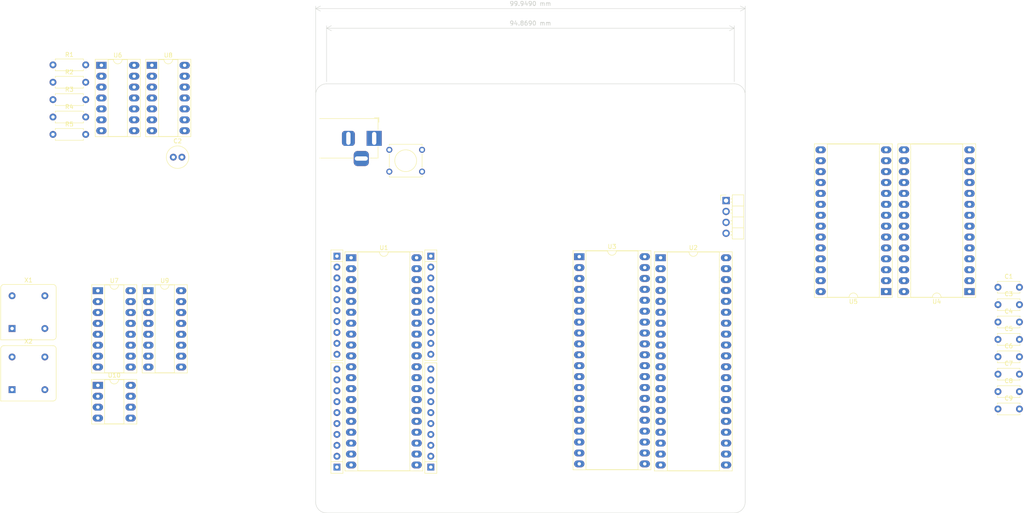
<source format=kicad_pcb>
(kicad_pcb (version 20221018) (generator pcbnew)
  (layers (0 "F.Cu" signal) (1 "In1.Cu" signal) (2 "In2.Cu" signal) (31 "B.Cu" signal) (34 "B.Paste" user) (35 "F.Paste" user) (36 "B.SilkS" user "B.Silkscreen") (37 "F.SilkS" user "F.Silkscreen") (38 "B.Mask" user) (39 "F.Mask" user) (44 "Edge.Cuts" user))
  (net 0 "")
  (net 1 "Net-(U10-TR)")
  (net 2 "GND")
  (net 3 "+5V")
  (net 4 "Net-(U10-DIS)")
  (net 5 "Net-(U10-CV)")
  (net 6 "Net-(J1-Pin_2)")
  (net 7 "Net-(J1-Pin_3)")
  (net 9 "/UART RX")
  (net 10 "/UART TX")
  (net 11 "/A0")
  (net 12 "/A1")
  (net 13 "/A2")
  (net 14 "/A3")
  (net 15 "/A4")
  (net 16 "/A5")
  (net 17 "/A6")
  (net 18 "/A7")
  (net 19 "/A8")
  (net 20 "/D0")
  (net 21 "/D1")
  (net 22 "/D2")
  (net 23 "/D3")
  (net 24 "/D4")
  (net 25 "/D5")
  (net 26 "/D6")
  (net 27 "/D7")
  (net 28 "/~{RES}")
  (net 29 "/A9")
  (net 30 "/A10")
  (net 31 "/A11")
  (net 32 "/A12")
  (net 33 "/A13")
  (net 34 "/A14")
  (net 35 "/A15")
  (net 36 "/~{RDY}")
  (net 37 "/~{SO}")
  (net 38 "/~{IRQ}")
  (net 39 "/~{NMI}")
  (net 40 "/~{ROM_WE}")
  (net 41 "/~{VIA_CE}")
  (net 42 "/~{UART_TX_CE}")
  (net 43 "/~{UART_RX_CE}")
  (net 44 "/~{ROM_CE}")
  (net 45 "/R{slash}~{W}")
  (net 46 "/~{READ}")
  (net 52 "/PHI_{0}")
  (net 53 "/PHI_{2}")
  (net 55 "/PE")
  (net 56 "/FE")
  (net 57 "/OE")
  (net 58 "/SFD")
  (net 59 "/UART CLK")
  (net 60 "/~{DDR}")
  (net 61 "/DR")
  (net 62 "/TBRE")
  (net 63 "/TRE")
  (net 74 "/VIA_CE")
  (net 79 "/RESET")
  (net 89 "Net-(U8A-D)")
  (net 90 "Net-(U8A-C)")
  (net 91 "Net-(U8A-Q)")
  (net 92 "Net-(U8B-D)")
  (net 93 "Net-(U9-CP)")
  (footprint "Capacitor_THT:C_Disc_D5.0mm_W2.5mm_P5.00mm" (layer "F.Cu") (at 248.941 107.383)
    (fp_text reference "C7" (at 2.5 -2.5) (layer "F.SilkS"))
    (fp_text value "1uF")
    (pad "1" thru_hole circle (at 0 0) (size 1.6 1.6) (drill 0.8) (layers "*.Cu" "*.Mask") (net 3 "+5V"))
    (pad "2" thru_hole circle (at 5 0) (size 1.6 1.6) (drill 0.8) (layers "*.Cu" "*.Mask") (net 2 "GND"))
  )
  (footprint "Package_DIP:DIP-14_W7.62mm_Socket_LongPads" (layer "F.Cu") (at 52.067 35.432)
    (fp_text reference "U8" (at 3.81 -2.33) (layer "F.SilkS"))
    (fp_text value "74LS74")
    (pad "1" thru_hole rect (at 0 0) (size 2.4 1.6) (drill 0.8) (layers "*.Cu" "*.Mask") (net 3 "+5V"))
    (pad "2" thru_hole oval (at 0 2.54) (size 2.4 1.6) (drill 0.8) (layers "*.Cu" "*.Mask") (net 89 "Net-(U8A-D)"))
    (pad "3" thru_hole oval (at 0 5.08) (size 2.4 1.6) (drill 0.8) (layers "*.Cu" "*.Mask") (net 90 "Net-(U8A-C)"))
    (pad "4" thru_hole oval (at 0 7.62) (size 2.4 1.6) (drill 0.8) (layers "*.Cu" "*.Mask") (net 3 "+5V"))
    (pad "5" thru_hole oval (at 0 10.16) (size 2.4 1.6) (drill 0.8) (layers "*.Cu" "*.Mask") (net 91 "Net-(U8A-Q)"))
    (pad "6" thru_hole oval (at 0 12.7) (size 2.4 1.6) (drill 0.8) (layers "*.Cu" "*.Mask") (net 89 "Net-(U8A-D)"))
    (pad "7" thru_hole oval (at 0 15.24) (size 2.4 1.6) (drill 0.8) (layers "*.Cu" "*.Mask") (net 2 "GND"))
    (pad "8" thru_hole oval (at 7.62 15.24) (size 2.4 1.6) (drill 0.8) (layers "*.Cu" "*.Mask") (net 92 "Net-(U8B-D)"))
    (pad "9" thru_hole oval (at 7.62 12.7) (size 2.4 1.6) (drill 0.8) (layers "*.Cu" "*.Mask") (net 52 "/PHI_{0}"))
    (pad "10" thru_hole oval (at 7.62 10.16) (size 2.4 1.6) (drill 0.8) (layers "*.Cu" "*.Mask") (net 3 "+5V"))
    (pad "11" thru_hole oval (at 7.62 7.62) (size 2.4 1.6) (drill 0.8) (layers "*.Cu" "*.Mask") (net 91 "Net-(U8A-Q)"))
    (pad "12" thru_hole oval (at 7.62 5.08) (size 2.4 1.6) (drill 0.8) (layers "*.Cu" "*.Mask") (net 92 "Net-(U8B-D)"))
    (pad "13" thru_hole oval (at 7.62 2.54) (size 2.4 1.6) (drill 0.8) (layers "*.Cu" "*.Mask") (net 3 "+5V"))
    (pad "14" thru_hole oval (at 7.62 0) (size 2.4 1.6) (drill 0.8) (layers "*.Cu" "*.Mask") (net 3 "+5V"))
  )
  (footprint "Resistor_THT:R_Array_SIP10" (layer "F.Cu") (at 116.967 79.883 -90)
    (fp_text reference "RN2" hide)
    (fp_text value "10K" hide)
    (pad "1" thru_hole rect (at 0 0 270) (size 1.6 1.6) (drill 0.8) (layers "*.Cu" "*.Mask") (net 3 "+5V"))
    (pad "2" thru_hole oval (at 2.54 0 270) (size 1.6 1.6) (drill 0.8) (layers "*.Cu" "*.Mask") (net 40 "/~{ROM_WE}"))
    (pad "3" thru_hole oval (at 5.08 0 270) (size 1.6 1.6) (drill 0.8) (layers "*.Cu" "*.Mask") (net 41 "/~{VIA_CE}"))
    (pad "4" thru_hole oval (at 7.62 0 270) (size 1.6 1.6) (drill 0.8) (layers "*.Cu" "*.Mask") (net 42 "/~{UART_TX_CE}"))
    (pad "5" thru_hole oval (at 10.16 0 270) (size 1.6 1.6) (drill 0.8) (layers "*.Cu" "*.Mask") (net 43 "/~{UART_RX_CE}"))
    (pad "6" thru_hole oval (at 12.7 0 270) (size 1.6 1.6) (drill 0.8) (layers "*.Cu" "*.Mask") (net 44 "/~{ROM_CE}"))
    (pad "7" thru_hole oval (at 15.24 0 270) (size 1.6 1.6) (drill 0.8) (layers "*.Cu" "*.Mask") (net 46 "/~{READ}"))
    (pad "8" thru_hole oval (at 17.78 0 270) (size 1.6 1.6) (drill 0.8) (layers "*.Cu" "*.Mask") (net 20 "/D0"))
    (pad "9" thru_hole oval (at 20.32 0 270) (size 1.6 1.6) (drill 0.8) (layers "*.Cu" "*.Mask") (net 21 "/D1"))
    (pad "10" thru_hole oval (at 22.86 0 270) (size 1.6 1.6) (drill 0.8) (layers "*.Cu" "*.Mask") (net 22 "/D2"))
  )
  (footprint "MountingHole:MountingHole_2.7mm_M2.5" (layer "F.Cu") (at 186.309 43.561)
    (fp_text reference "H4" hide)
    (fp_text value "MountingHole" hide)
    (pad "" np_thru_hole circle locked (at 0 0) (size 2.7 2.7) (drill 2.7) (layers "*.Cu" "*.Mask"))
  )
  (footprint "Resistor_THT:R_Axial_DIN0207_L6.3mm_D2.5mm_P7.62mm_Horizontal" (layer "F.Cu") (at 29.047 47.482)
    (fp_text reference "R4" (at 3.81 -2.37) (layer "F.SilkS"))
    (fp_text value "10K")
    (pad "1" thru_hole circle (at 0 0) (size 1.6 1.6) (drill 0.8) (layers "*.Cu" "*.Mask") (net 3 "+5V"))
    (pad "2" thru_hole oval (at 7.62 0) (size 1.6 1.6) (drill 0.8) (layers "*.Cu" "*.Mask") (net 4 "Net-(U10-DIS)"))
  )
  (footprint "Package_DIP:DIP-40_W15.24mm_Socket_LongPads" (layer "F.Cu") (at 151.511 80.01)
    (fp_text reference "U3" (at 7.62 -2.33) (layer "F.SilkS"))
    (fp_text value "6522")
    (pad "1" thru_hole rect (at 0 0) (size 2.4 1.6) (drill 0.8) (layers "*.Cu" "*.Mask") (net 2 "GND"))
    (pad "2" thru_hole oval (at 0 2.54) (size 2.4 1.6) (drill 0.8) (layers "*.Cu" "*.Mask") (net 61 "/DR"))
    (pad "3" thru_hole oval (at 0 5.08) (size 2.4 1.6) (drill 0.8) (layers "*.Cu" "*.Mask") (net 62 "/TBRE"))
    (pad "4" thru_hole oval (at 0 7.62) (size 2.4 1.6) (drill 0.8) (layers "*.Cu" "*.Mask") (net 63 "/TRE"))
    (pad "5" thru_hole oval (at 0 10.16) (size 2.4 1.6) (drill 0.8) (layers "*.Cu" "*.Mask") (net 55 "/PE"))
    (pad "6" thru_hole oval (at 0 12.7) (size 2.4 1.6) (drill 0.8) (layers "*.Cu" "*.Mask") (net 56 "/FE"))
    (pad "7" thru_hole oval (at 0 15.24) (size 2.4 1.6) (drill 0.8) (layers "*.Cu" "*.Mask") (net 57 "/OE"))
    (pad "8" thru_hole oval (at 0 17.78) (size 2.4 1.6) (drill 0.8) (layers "*.Cu" "*.Mask"))
    (pad "9" thru_hole oval (at 0 20.32) (size 2.4 1.6) (drill 0.8) (layers "*.Cu" "*.Mask"))
    (pad "10" thru_hole oval (at 0 22.86) (size 2.4 1.6) (drill 0.8) (layers "*.Cu" "*.Mask") (net 60 "/~{DDR}"))
    (pad "11" thru_hole oval (at 0 25.4) (size 2.4 1.6) (drill 0.8) (layers "*.Cu" "*.Mask") (net 58 "/SFD"))
    (pad "12" thru_hole oval (at 0 27.94) (size 2.4 1.6) (drill 0.8) (layers "*.Cu" "*.Mask"))
    (pad "13" thru_hole oval (at 0 30.48) (size 2.4 1.6) (drill 0.8) (layers "*.Cu" "*.Mask"))
    (pad "14" thru_hole oval (at 0 33.02) (size 2.4 1.6) (drill 0.8) (layers "*.Cu" "*.Mask"))
    (pad "15" thru_hole oval (at 0 35.56) (size 2.4 1.6) (drill 0.8) (layers "*.Cu" "*.Mask"))
    (pad "16" thru_hole oval (at 0 38.1) (size 2.4 1.6) (drill 0.8) (layers "*.Cu" "*.Mask"))
    (pad "17" thru_hole oval (at 0 40.64) (size 2.4 1.6) (drill 0.8) (layers "*.Cu" "*.Mask"))
    (pad "18" thru_hole oval (at 0 43.18) (size 2.4 1.6) (drill 0.8) (layers "*.Cu" "*.Mask"))
    (pad "19" thru_hole oval (at 0 45.72) (size 2.4 1.6) (drill 0.8) (layers "*.Cu" "*.Mask"))
    (pad "20" thru_hole oval (at 0 48.26) (size 2.4 1.6) (drill 0.8) (layers "*.Cu" "*.Mask") (net 3 "+5V"))
    (pad "21" thru_hole oval (at 15.24 48.26) (size 2.4 1.6) (drill 0.8) (layers "*.Cu" "*.Mask") (net 38 "/~{IRQ}"))
    (pad "22" thru_hole oval (at 15.24 45.72) (size 2.4 1.6) (drill 0.8) (layers "*.Cu" "*.Mask") (net 45 "/R{slash}~{W}"))
    (pad "23" thru_hole oval (at 15.24 43.18) (size 2.4 1.6) (drill 0.8) (layers "*.Cu" "*.Mask") (net 41 "/~{VIA_CE}"))
    (pad "24" thru_hole oval (at 15.24 40.64) (size 2.4 1.6) (drill 0.8) (layers "*.Cu" "*.Mask") (net 74 "/VIA_CE"))
    (pad "25" thru_hole oval (at 15.24 38.1) (size 2.4 1.6) (drill 0.8) (layers "*.Cu" "*.Mask") (net 53 "/PHI_{2}"))
    (pad "26" thru_hole oval (at 15.24 35.56) (size 2.4 1.6) (drill 0.8) (layers "*.Cu" "*.Mask") (net 27 "/D7"))
    (pad "27" thru_hole oval (at 15.24 33.02) (size 2.4 1.6) (drill 0.8) (layers "*.Cu" "*.Mask") (net 26 "/D6"))
    (pad "28" thru_hole oval (at 15.24 30.48) (size 2.4 1.6) (drill 0.8) (layers "*.Cu" "*.Mask") (net 25 "/D5"))
    (pad "29" thru_hole oval (at 15.24 27.94) (size 2.4 1.6) (drill 0.8) (layers "*.Cu" "*.Mask") (net 24 "/D4"))
    (pad "30" thru_hole oval (at 15.24 25.4) (size 2.4 1.6) (drill 0.8) (layers "*.Cu" "*.Mask") (net 23 "/D3"))
    (pad "31" thru_hole oval (at 15.24 22.86) (size 2.4 1.6) (drill 0.8) (layers "*.Cu" "*.Mask") (net 22 "/D2"))
    (pad "32" thru_hole oval (at 15.24 20.32) (size 2.4 1.6) (drill 0.8) (layers "*.Cu" "*.Mask") (net 21 "/D1"))
    (pad "33" thru_hole oval (at 15.24 17.78) (size 2.4 1.6) (drill 0.8) (layers "*.Cu" "*.Mask") (net 20 "/D0"))
    (pad "34" thru_hole oval (at 15.24 15.24) (size 2.4 1.6) (drill 0.8) (layers "*.Cu" "*.Mask") (net 28 "/~{RES}"))
    (pad "35" thru_hole oval (at 15.24 12.7) (size 2.4 1.6) (drill 0.8) (layers "*.Cu" "*.Mask") (net 14 "/A3"))
    (pad "36" thru_hole oval (at 15.24 10.16) (size 2.4 1.6) (drill 0.8) (layers "*.Cu" "*.Mask") (net 13 "/A2"))
    (pad "37" thru_hole oval (at 15.24 7.62) (size 2.4 1.6) (drill 0.8) (layers "*.Cu" "*.Mask") (net 12 "/A1"))
    (pad "38" thru_hole oval (at 15.24 5.08) (size 2.4 1.6) (drill 0.8) (layers "*.Cu" "*.Mask") (net 11 "/A0"))
    (pad "39" thru_hole oval (at 15.24 2.54) (size 2.4 1.6) (drill 0.8) (layers "*.Cu" "*.Mask"))
    (pad "40" thru_hole oval (at 15.24 0) (size 2.4 1.6) (drill 0.8) (layers "*.Cu" "*.Mask"))
  )
  (footprint "Oscillator:Oscillator_DIP-8" (layer "F.Cu") (at 19.537 110.992)
    (fp_text reference "X2" (at 3.81 -11.26) (layer "F.SilkS"))
    (fp_text value "2.4576MHz")
    (pad "1" thru_hole rect (at 0 0) (size 1.6 1.6) (drill 0.8) (layers "*.Cu" "*.Mask"))
    (pad "4" thru_hole circle (at 7.62 0) (size 1.6 1.6) (drill 0.8) (layers "*.Cu" "*.Mask") (net 2 "GND"))
    (pad "5" thru_hole circle (at 7.62 -7.62) (size 1.6 1.6) (drill 0.8) (layers "*.Cu" "*.Mask") (net 93 "Net-(U9-CP)"))
    (pad "8" thru_hole circle (at 0 -7.62) (size 1.6 1.6) (drill 0.8) (layers "*.Cu" "*.Mask") (net 3 "+5V"))
  )
  (footprint "Capacitor_THT:C_Disc_D5.0mm_W2.5mm_P5.00mm" (layer "F.Cu") (at 248.941 95.233)
    (fp_text reference "C4" (at 2.5 -2.5) (layer "F.SilkS"))
    (fp_text value "1uF")
    (pad "1" thru_hole circle (at 0 0) (size 1.6 1.6) (drill 0.8) (layers "*.Cu" "*.Mask") (net 3 "+5V"))
    (pad "2" thru_hole circle (at 5 0) (size 1.6 1.6) (drill 0.8) (layers "*.Cu" "*.Mask") (net 2 "GND"))
  )
  (footprint "MountingHole:MountingHole_2.7mm_M2.5" (layer "F.Cu") (at 93.98 135.89)
    (fp_text reference "H1" hide)
    (fp_text value "MountingHole" hide)
    (pad "" np_thru_hole circle locked (at 0 0) (size 2.7 2.7) (drill 2.7) (layers "*.Cu" "*.Mask"))
  )
  (footprint "Button_Switch_THT:SW_Tactile_Straight_KSA0Axx1LFTR" (layer "F.Cu") (at 107.315 55.118)
    (fp_text reference "SW1" hide)
    (fp_text value "~" hide)
    (pad "1" thru_hole circle locked (at 0 0) (size 1.397 1.397) (drill 0.8128) (layers "*.Cu" "*.Mask") (net 2 "GND"))
    (pad "1" thru_hole circle locked (at 7.62 0) (size 1.397 1.397) (drill 0.8128) (layers "*.Cu" "*.Mask") (net 2 "GND"))
    (pad "2" thru_hole circle locked (at 0 5.08) (size 1.397 1.397) (drill 0.8128) (layers "*.Cu" "*.Mask") (net 1 "Net-(U10-TR)"))
    (pad "2" thru_hole circle locked (at 7.62 5.08) (size 1.397 1.397) (drill 0.8128) (layers "*.Cu" "*.Mask") (net 1 "Net-(U10-TR)"))
  )
  (footprint "MountingHole:MountingHole_2.7mm_M2.5" (layer "F.Cu") (at 93.98 43.561)
    (fp_text reference "H3" hide)
    (fp_text value "MountingHole" hide)
    (pad "" np_thru_hole circle locked (at 0 0) (size 2.7 2.7) (drill 2.7) (layers "*.Cu" "*.Mask"))
  )
  (footprint "Package_DIP:DIP-16_W7.62mm_Socket_LongPads" (layer "F.Cu") (at 51.247 87.932)
    (fp_text reference "U9" (at 3.81 -2.33) (layer "F.SilkS"))
    (fp_text value "74LS163")
    (pad "1" thru_hole rect (at 0 0) (size 2.4 1.6) (drill 0.8) (layers "*.Cu" "*.Mask") (net 3 "+5V"))
    (pad "2" thru_hole oval (at 0 2.54) (size 2.4 1.6) (drill 0.8) (layers "*.Cu" "*.Mask") (net 93 "Net-(U9-CP)"))
    (pad "3" thru_hole oval (at 0 5.08) (size 2.4 1.6) (drill 0.8) (layers "*.Cu" "*.Mask"))
    (pad "4" thru_hole oval (at 0 7.62) (size 2.4 1.6) (drill 0.8) (layers "*.Cu" "*.Mask"))
    (pad "5" thru_hole oval (at 0 10.16) (size 2.4 1.6) (drill 0.8) (layers "*.Cu" "*.Mask"))
    (pad "6" thru_hole oval (at 0 12.7) (size 2.4 1.6) (drill 0.8) (layers "*.Cu" "*.Mask"))
    (pad "7" thru_hole oval (at 0 15.24) (size 2.4 1.6) (drill 0.8) (layers "*.Cu" "*.Mask") (net 3 "+5V"))
    (pad "8" thru_hole oval (at 0 17.78) (size 2.4 1.6) (drill 0.8) (layers "*.Cu" "*.Mask") (net 2 "GND"))
    (pad "9" thru_hole oval (at 7.62 17.78) (size 2.4 1.6) (drill 0.8) (layers "*.Cu" "*.Mask") (net 3 "+5V"))
    (pad "10" thru_hole oval (at 7.62 15.24) (size 2.4 1.6) (drill 0.8) (layers "*.Cu" "*.Mask") (net 3 "+5V"))
    (pad "11" thru_hole oval (at 7.62 12.7) (size 2.4 1.6) (drill 0.8) (layers "*.Cu" "*.Mask") (net 59 "/UART CLK"))
    (pad "12" thru_hole oval (at 7.62 10.16) (size 2.4 1.6) (drill 0.8) (layers "*.Cu" "*.Mask"))
    (pad "13" thru_hole oval (at 7.62 7.62) (size 2.4 1.6) (drill 0.8) (layers "*.Cu" "*.Mask"))
    (pad "14" thru_hole oval (at 7.62 5.08) (size 2.4 1.6) (drill 0.8) (layers "*.Cu" "*.Mask"))
    (pad "15" thru_hole oval (at 7.62 2.54) (size 2.4 1.6) (drill 0.8) (layers "*.Cu" "*.Mask"))
    (pad "16" thru_hole oval (at 7.62 0) (size 2.4 1.6) (drill 0.8) (layers "*.Cu" "*.Mask") (net 3 "+5V"))
  )
  (footprint "Package_DIP:DIP-28_W15.24mm_Socket_LongPads" (layer "F.Cu") (at 242.316 88.138 180)
    (fp_text reference "U4" (at 7.62 -2.33) (layer "F.SilkS"))
    (fp_text value "28HC64")
    (pad "1" thru_hole rect (at 0 0 180) (size 2.4 1.6) (drill 0.8) (layers "*.Cu" "*.Mask"))
    (pad "2" thru_hole oval (at 0 2.54 180) (size 2.4 1.6) (drill 0.8) (layers "*.Cu" "*.Mask") (net 32 "/A12"))
    (pad "3" thru_hole oval (at 0 5.08 180) (size 2.4 1.6) (drill 0.8) (layers "*.Cu" "*.Mask") (net 18 "/A7"))
    (pad "4" thru_hole oval (at 0 7.62 180) (size 2.4 1.6) (drill 0.8) (layers "*.Cu" "*.Mask") (net 17 "/A6"))
    (pad "5" thru_hole oval (at 0 10.16 180) (size 2.4 1.6) (drill 0.8) (layers "*.Cu" "*.Mask") (net 16 "/A5"))
    (pad "6" thru_hole oval (at 0 12.7 180) (size 2.4 1.6) (drill 0.8) (layers "*.Cu" "*.Mask") (net 15 "/A4"))
    (pad "7" thru_hole oval (at 0 15.24 180) (size 2.4 1.6) (drill 0.8) (layers "*.Cu" "*.Mask") (net 14 "/A3"))
    (pad "8" thru_hole oval (at 0 17.78 180) (size 2.4 1.6) (drill 0.8) (layers "*.Cu" "*.Mask") (net 13 "/A2"))
    (pad "9" thru_hole oval (at 0 20.32 180) (size 2.4 1.6) (drill 0.8) (layers "*.Cu" "*.Mask") (net 12 "/A1"))
    (pad "10" thru_hole oval (at 0 22.86 180) (size 2.4 1.6) (drill 0.8) (layers "*.Cu" "*.Mask") (net 11 "/A0"))
    (pad "11" thru_hole oval (at 0 25.4 180) (size 2.4 1.6) (drill 0.8) (layers "*.Cu" "*.Mask") (net 20 "/D0"))
    (pad "12" thru_hole oval (at 0 27.94 180) (size 2.4 1.6) (drill 0.8) (layers "*.Cu" "*.Mask") (net 21 "/D1"))
    (pad "13" thru_hole oval (at 0 30.48 180) (size 2.4 1.6) (drill 0.8) (layers "*.Cu" "*.Mask") (net 22 "/D2"))
    (pad "14" thru_hole oval (at 0 33.02 180) (size 2.4 1.6) (drill 0.8) (layers "*.Cu" "*.Mask") (net 2 "GND"))
    (pad "15" thru_hole oval (at 15.24 33.02 180) (size 2.4 1.6) (drill 0.8) (layers "*.Cu" "*.Mask") (net 23 "/D3"))
    (pad "16" thru_hole oval (at 15.24 30.48 180) (size 2.4 1.6) (drill 0.8) (layers "*.Cu" "*.Mask") (net 24 "/D4"))
    (pad "17" thru_hole oval (at 15.24 27.94 180) (size 2.4 1.6) (drill 0.8) (layers "*.Cu" "*.Mask") (net 25 "/D5"))
    (pad "18" thru_hole oval (at 15.24 25.4 180) (size 2.4 1.6) (drill 0.8) (layers "*.Cu" "*.Mask") (net 26 "/D6"))
    (pad "19" thru_hole oval (at 15.24 22.86 180) (size 2.4 1.6) (drill 0.8) (layers "*.Cu" "*.Mask") (net 27 "/D7"))
    (pad "20" thru_hole oval (at 15.24 20.32 180) (size 2.4 1.6) (drill 0.8) (layers "*.Cu" "*.Mask") (net 44 "/~{ROM_CE}"))
    (pad "21" thru_hole oval (at 15.24 17.78 180) (size 2.4 1.6) (drill 0.8) (layers "*.Cu" "*.Mask") (net 30 "/A10"))
    (pad "22" thru_hole oval (at 15.24 15.24 180) (size 2.4 1.6) (drill 0.8) (layers "*.Cu" "*.Mask") (net 46 "/~{READ}"))
    (pad "23" thru_hole oval (at 15.24 12.7 180) (size 2.4 1.6) (drill 0.8) (layers "*.Cu" "*.Mask") (net 31 "/A11"))
    (pad "24" thru_hole oval (at 15.24 10.16 180) (size 2.4 1.6) (drill 0.8) (layers "*.Cu" "*.Mask") (net 29 "/A9"))
    (pad "25" thru_hole oval (at 15.24 7.62 180) (size 2.4 1.6) (drill 0.8) (layers "*.Cu" "*.Mask") (net 19 "/A8"))
    (pad "26" thru_hole oval (at 15.24 5.08 180) (size 2.4 1.6) (drill 0.8) (layers "*.Cu" "*.Mask"))
    (pad "27" thru_hole oval (at 15.24 2.54 180) (size 2.4 1.6) (drill 0.8) (layers "*.Cu" "*.Mask") (net 40 "/~{ROM_WE}"))
    (pad "28" thru_hole oval (at 15.24 0 180) (size 2.4 1.6) (drill 0.8) (layers "*.Cu" "*.Mask") (net 3 "+5V"))
  )
  (footprint "Capacitor_THT:C_Disc_D5.0mm_W2.5mm_P5.00mm" (layer "F.Cu") (at 248.941 87.133)
    (fp_text reference "C1" (at 2.5 -2.5) (layer "F.SilkS"))
    (fp_text value "1uF")
    (pad "1" thru_hole circle (at 0 0) (size 1.6 1.6) (drill 0.8) (layers "*.Cu" "*.Mask") (net 1 "Net-(U10-TR)"))
    (pad "2" thru_hole circle (at 5 0) (size 1.6 1.6) (drill 0.8) (layers "*.Cu" "*.Mask") (net 2 "GND"))
  )
  (footprint "Resistor_THT:R_Array_SIP10" (layer "F.Cu") (at 95.123 129.032 90)
    (fp_text reference "RN3" hide)
    (fp_text value "10K" hide)
    (pad "1" thru_hole rect (at 0 0 90) (size 1.6 1.6) (drill 0.8) (layers "*.Cu" "*.Mask") (net 3 "+5V"))
    (pad "2" thru_hole oval (at 2.54 0 90) (size 1.6 1.6) (drill 0.8) (layers "*.Cu" "*.Mask") (net 31 "/A11"))
    (pad "3" thru_hole oval (at 5.08 0 90) (size 1.6 1.6) (drill 0.8) (layers "*.Cu" "*.Mask") (net 30 "/A10"))
    (pad "4" thru_hole oval (at 7.62 0 90) (size 1.6 1.6) (drill 0.8) (layers "*.Cu" "*.Mask") (net 29 "/A9"))
    (pad "5" thru_hole oval (at 10.16 0 90) (size 1.6 1.6) (drill 0.8) (layers "*.Cu" "*.Mask") (net 19 "/A8"))
    (pad "6" thru_hole oval (at 12.7 0 90) (size 1.6 1.6) (drill 0.8) (layers "*.Cu" "*.Mask") (net 18 "/A7"))
    (pad "7" thru_hole oval (at 15.24 0 90) (size 1.6 1.6) (drill 0.8) (layers "*.Cu" "*.Mask") (net 17 "/A6"))
    (pad "8" thru_hole oval (at 17.78 0 90) (size 1.6 1.6) (drill 0.8) (layers "*.Cu" "*.Mask") (net 16 "/A5"))
    (pad "9" thru_hole oval (at 20.32 0 90) (size 1.6 1.6) (drill 0.8) (layers "*.Cu" "*.Mask") (net 15 "/A4"))
    (pad "10" thru_hole oval (at 22.86 0 90) (size 1.6 1.6) (drill 0.8) (layers "*.Cu" "*.Mask") (net 14 "/A3"))
  )
  (footprint "Resistor_THT:R_Array_SIP10" (layer "F.Cu") (at 95.123 79.883 -90)
    (fp_text reference "RN1" hide)
    (fp_text value "10K" hide)
    (pad "1" thru_hole rect (at 0 0 270) (size 1.6 1.6) (drill 0.8) (layers "*.Cu" "*.Mask") (net 3 "+5V"))
    (pad "2" thru_hole oval (at 2.54 0 270) (size 1.6 1.6) (drill 0.8) (layers "*.Cu" "*.Mask") (net 28 "/~{RES}"))
    (pad "3" thru_hole oval (at 5.08 0 270) (size 1.6 1.6) (drill 0.8) (layers "*.Cu" "*.Mask") (net 36 "/~{RDY}"))
    (pad "4" thru_hole oval (at 7.62 0 270) (size 1.6 1.6) (drill 0.8) (layers "*.Cu" "*.Mask") (net 37 "/~{SO}"))
    (pad "5" thru_hole oval (at 10.16 0 270) (size 1.6 1.6) (drill 0.8) (layers "*.Cu" "*.Mask") (net 38 "/~{IRQ}"))
    (pad "6" thru_hole oval (at 12.7 0 270) (size 1.6 1.6) (drill 0.8) (layers "*.Cu" "*.Mask") (net 39 "/~{NMI}"))
    (pad "7" thru_hole oval (at 15.24 0 270) (size 1.6 1.6) (drill 0.8) (layers "*.Cu" "*.Mask") (net 45 "/R{slash}~{W}"))
    (pad "8" thru_hole oval (at 17.78 0 270) (size 1.6 1.6) (drill 0.8) (layers "*.Cu" "*.Mask") (net 11 "/A0"))
    (pad "9" thru_hole oval (at 20.32 0 270) (size 1.6 1.6) (drill 0.8) (layers "*.Cu" "*.Mask") (net 12 "/A1"))
    (pad "10" thru_hole oval (at 22.86 0 270) (size 1.6 1.6) (drill 0.8) (layers "*.Cu" "*.Mask") (net 13 "/A2"))
  )
  (footprint "Capacitor_THT:C_Disc_D5.0mm_W2.5mm_P5.00mm" (layer "F.Cu") (at 248.941 103.333)
    (fp_text reference "C6" (at 2.5 -2.5) (layer "F.SilkS"))
    (fp_text value "1uF")
    (pad "1" thru_hole circle (at 0 0) (size 1.6 1.6) (drill 0.8) (layers "*.Cu" "*.Mask") (net 3 "+5V"))
    (pad "2" thru_hole circle (at 5 0) (size 1.6 1.6) (drill 0.8) (layers "*.Cu" "*.Mask") (net 2 "GND"))
  )
  (footprint "Resistor_THT:R_Axial_DIN0207_L6.3mm_D2.5mm_P7.62mm_Horizontal" (layer "F.Cu") (at 29.047 35.332)
    (fp_text reference "R1" (at 3.81 -2.37) (layer "F.SilkS"))
    (fp_text value "100K")
    (pad "1" thru_hole circle (at 0 0) (size 1.6 1.6) (drill 0.8) (layers "*.Cu" "*.Mask") (net 9 "/UART RX"))
    (pad "2" thru_hole oval (at 7.62 0) (size 1.6 1.6) (drill 0.8) (layers "*.Cu" "*.Mask") (net 3 "+5V"))
  )
  (footprint "Connector_BarrelJack:BarrelJack_Horizontal" (layer "F.Cu") (at 103.79 52.451)
    (fp_text reference "J2" hide)
    (fp_text value "BarrelJack" hide)
    (pad "1" thru_hole rect locked (at 0 0) (size 3.5 3.5) (drill oval 1 3) (layers "*.Cu" "*.Mask") (net 3 "+5V"))
    (pad "2" thru_hole roundrect locked (at -6 0) (size 3 3.5) (drill oval 1 3) (layers "*.Cu" "*.Mask") (net 2 "GND"))
    (pad "3" thru_hole roundrect locked (at -3 4.7) (size 3.5 3.5) (drill oval 3 1) (layers "*.Cu" "*.Mask") (net 2 "GND"))
  )
  (footprint "Package_DIP:DIP-8_W7.62mm_Socket_LongPads" (layer "F.Cu") (at 39.497 109.982)
    (fp_text reference "U10" (at 3.81 -2.33) (layer "F.SilkS"))
    (fp_text value "NE555P")
    (pad "1" thru_hole rect (at 0 0) (size 2.4 1.6) (drill 0.8) (layers "*.Cu" "*.Mask") (net 2 "GND"))
    (pad "2" thru_hole oval (at 0 2.54) (size 2.4 1.6) (drill 0.8) (layers "*.Cu" "*.Mask") (net 1 "Net-(U10-TR)"))
    (pad "3" thru_hole oval (at 0 5.08) (size 2.4 1.6) (drill 0.8) (layers "*.Cu" "*.Mask") (net 79 "/RESET"))
    (pad "4" thru_hole oval (at 0 7.62) (size 2.4 1.6) (drill 0.8) (layers "*.Cu" "*.Mask") (net 3 "+5V"))
    (pad "5" thru_hole oval (at 7.62 7.62) (size 2.4 1.6) (drill 0.8) (layers "*.Cu" "*.Mask") (net 5 "Net-(U10-CV)"))
    (pad "6" thru_hole oval (at 7.62 5.08) (size 2.4 1.6) (drill 0.8) (layers "*.Cu" "*.Mask") (net 4 "Net-(U10-DIS)"))
    (pad "7" thru_hole oval (at 7.62 2.54) (size 2.4 1.6) (drill 0.8) (layers "*.Cu" "*.Mask") (net 4 "Net-(U10-DIS)"))
    (pad "8" thru_hole oval (at 7.62 0) (size 2.4 1.6) (drill 0.8) (layers "*.Cu" "*.Mask") (net 3 "+5V"))
  )
  (footprint "MountingHole:MountingHole_2.7mm_M2.5" (layer "F.Cu") (at 186.309 135.89)
    (fp_text reference "H2" hide)
    (fp_text value "MountingHole" hide)
    (pad "" np_thru_hole circle locked (at 0 0) (size 2.7 2.7) (drill 2.7) (layers "*.Cu" "*.Mask"))
  )
  (footprint "Resistor_THT:R_Axial_DIN0207_L6.3mm_D2.5mm_P7.62mm_Horizontal" (layer "F.Cu") (at 29.047 43.432)
    (fp_text reference "R3" (at 3.81 -2.37) (layer "F.SilkS"))
    (fp_text value "4K7")
    (pad "1" thru_hole circle (at 0 0) (size 1.6 1.6) (drill 0.8) (layers "*.Cu" "*.Mask") (net 10 "/UART TX"))
    (pad "2" thru_hole oval (at 7.62 0) (size 1.6 1.6) (drill 0.8) (layers "*.Cu" "*.Mask") (net 7 "Net-(J1-Pin_3)"))
  )
  (footprint "Capacitor_THT:C_Disc_D5.0mm_W2.5mm_P5.00mm" (layer "F.Cu") (at 248.941 91.183)
    (fp_text reference "C3" (at 2.5 -2.5) (layer "F.SilkS"))
    (fp_text value "1uF")
    (pad "1" thru_hole circle (at 0 0) (size 1.6 1.6) (drill 0.8) (layers "*.Cu" "*.Mask") (net 3 "+5V"))
    (pad "2" thru_hole circle (at 5 0) (size 1.6 1.6) (drill 0.8) (layers "*.Cu" "*.Mask") (net 2 "GND"))
  )
  (footprint "Package_DIP:DIP-40_W15.24mm_Socket_LongPads" (layer "F.Cu") (at 170.434 80.264)
    (fp_text reference "U2" (at 7.62 -2.33) (layer "F.SilkS"))
    (fp_text value "HD6402")
    (pad "1" thru_hole rect (at 0 0) (size 2.4 1.6) (drill 0.8) (layers "*.Cu" "*.Mask") (net 3 "+5V"))
    (pad "2" thru_hole oval (at 0 2.54) (size 2.4 1.6) (drill 0.8) (layers "*.Cu" "*.Mask"))
    (pad "3" thru_hole oval (at 0 5.08) (size 2.4 1.6) (drill 0.8) (layers "*.Cu" "*.Mask") (net 2 "GND"))
    (pad "4" thru_hole oval (at 0 7.62) (size 2.4 1.6) (drill 0.8) (layers "*.Cu" "*.Mask") (net 43 "/~{UART_RX_CE}"))
    (pad "5" thru_hole oval (at 0 10.16) (size 2.4 1.6) (drill 0.8) (layers "*.Cu" "*.Mask") (net 27 "/D7"))
    (pad "6" thru_hole oval (at 0 12.7) (size 2.4 1.6) (drill 0.8) (layers "*.Cu" "*.Mask") (net 26 "/D6"))
    (pad "7" thru_hole oval (at 0 15.24) (size 2.4 1.6) (drill 0.8) (layers "*.Cu" "*.Mask") (net 25 "/D5"))
    (pad "8" thru_hole oval (at 0 17.78) (size 2.4 1.6) (drill 0.8) (layers "*.Cu" "*.Mask") (net 24 "/D4"))
    (pad "9" thru_hole oval (at 0 20.32) (size 2.4 1.6) (drill 0.8) (layers "*.Cu" "*.Mask") (net 23 "/D3"))
    (pad "10" thru_hole oval (at 0 22.86) (size 2.4 1.6) (drill 0.8) (layers "*.Cu" "*.Mask") (net 22 "/D2"))
    (pad "11" thru_hole oval (at 0 25.4) (size 2.4 1.6) (drill 0.8) (layers "*.Cu" "*.Mask") (net 21 "/D1"))
    (pad "12" thru_hole oval (at 0 27.94) (size 2.4 1.6) (drill 0.8) (layers "*.Cu" "*.Mask") (net 20 "/D0"))
    (pad "13" thru_hole oval (at 0 30.48) (size 2.4 1.6) (drill 0.8) (layers "*.Cu" "*.Mask") (net 55 "/PE"))
    (pad "14" thru_hole oval (at 0 33.02) (size 2.4 1.6) (drill 0.8) (layers "*.Cu" "*.Mask") (net 56 "/FE"))
    (pad "15" thru_hole oval (at 0 35.56) (size 2.4 1.6) (drill 0.8) (layers "*.Cu" "*.Mask") (net 57 "/OE"))
    (pad "16" thru_hole oval (at 0 38.1) (size 2.4 1.6) (drill 0.8) (layers "*.Cu" "*.Mask") (net 58 "/SFD"))
    (pad "17" thru_hole oval (at 0 40.64) (size 2.4 1.6) (drill 0.8) (layers "*.Cu" "*.Mask") (net 59 "/UART CLK"))
    (pad "18" thru_hole oval (at 0 43.18) (size 2.4 1.6) (drill 0.8) (layers "*.Cu" "*.Mask") (net 60 "/~{DDR}"))
    (pad "19" thru_hole oval (at 0 45.72) (size 2.4 1.6) (drill 0.8) (layers "*.Cu" "*.Mask") (net 61 "/DR"))
    (pad "20" thru_hole oval (at 0 48.26) (size 2.4 1.6) (drill 0.8) (layers "*.Cu" "*.Mask") (net 9 "/UART RX"))
    (pad "21" thru_hole oval (at 15.24 48.26) (size 2.4 1.6) (drill 0.8) (layers "*.Cu" "*.Mask") (net 28 "/~{RES}"))
    (pad "22" thru_hole oval (at 15.24 45.72) (size 2.4 1.6) (drill 0.8) (layers "*.Cu" "*.Mask") (net 62 "/TBRE"))
    (pad "23" thru_hole oval (at 15.24 43.18) (size 2.4 1.6) (drill 0.8) (layers "*.Cu" "*.Mask") (net 42 "/~{UART_TX_CE}"))
    (pad "24" thru_hole oval (at 15.24 40.64) (size 2.4 1.6) (drill 0.8) (layers "*.Cu" "*.Mask") (net 63 "/TRE"))
    (pad "25" thru_hole oval (at 15.24 38.1) (size 2.4 1.6) (drill 0.8) (layers "*.Cu" "*.Mask") (net 10 "/UART TX"))
    (pad "26" thru_hole oval (at 15.24 35.56) (size 2.4 1.6) (drill 0.8) (layers "*.Cu" "*.Mask") (net 20 "/D0"))
    (pad "27" thru_hole oval (at 15.24 33.02) (size 2.4 1.6) (drill 0.8) (layers "*.Cu" "*.Mask") (net 21 "/D1"))
    (pad "28" thru_hole oval (at 15.24 30.48) (size 2.4 1.6) (drill 0.8) (layers "*.Cu" "*.Mask") (net 22 "/D2"))
    (pad "29" thru_hole oval (at 15.24 27.94) (size 2.4 1.6) (drill 0.8) (layers "*.Cu" "*.Mask") (net 23 "/D3"))
    (pad "30" thru_hole oval (at 15.24 25.4) (size 2.4 1.6) (drill 0.8) (layers "*.Cu" "*.Mask") (net 24 "/D4"))
    (pad "31" thru_hole oval (at 15.24 22.86) (size 2.4 1.6) (drill 0.8) (layers "*.Cu" "*.Mask") (net 25 "/D5"))
    (pad "32" thru_hole oval (at 15.24 20.32) (size 2.4 1.6) (drill 0.8) (layers "*.Cu" "*.Mask") (net 26 "/D6"))
    (pad "33" thru_hole oval (at 15.24 17.78) (size 2.4 1.6) (drill 0.8) (layers "*.Cu" "*.Mask") (net 27 "/D7"))
    (pad "34" thru_hole oval (at 15.24 15.24) (size 2.4 1.6) (drill 0.8) (layers "*.Cu" "*.Mask") (net 3 "+5V"))
    (pad "35" thru_hole oval (at 15.24 12.7) (size 2.4 1.6) (drill 0.8) (layers "*.Cu" "*.Mask") (net 3 "+5V"))
    (pad "36" thru_hole oval (at 15.24 10.16) (size 2.4 1.6) (drill 0.8) (layers "*.Cu" "*.Mask") (net 2 "GND"))
    (pad "37" thru_hole oval (at 15.24 7.62) (size 2.4 1.6) (drill 0.8) (layers "*.Cu" "*.Mask") (net 3 "+5V"))
    (pad "38" thru_hole oval (at 15.24 5.08) (size 2.4 1.6) (drill 0.8) (layers "*.Cu" "*.Mask") (net 3 "+5V"))
    (pad "39" thru_hole oval (at 15.24 2.54) (size 2.4 1.6) (drill 0.8) (layers "*.Cu" "*.Mask") (net 2 "GND"))
    (pad "40" thru_hole oval (at 15.24 0) (size 2.4 1.6) (drill 0.8) (layers "*.Cu" "*.Mask") (net 59 "/UART CLK"))
  )
  (footprint "Oscillator:Oscillator_DIP-8" (layer "F.Cu") (at 19.537 96.742)
    (fp_text reference "X1" (at 3.81 -11.26) (layer "F.SilkS"))
    (fp_text value "8MHz")
    (pad "1" thru_hole rect (at 0 0) (size 1.6 1.6) (drill 0.8) (layers "*.Cu" "*.Mask"))
    (pad "4" thru_hole circle (at 7.62 0) (size 1.6 1.6) (drill 0.8) (layers "*.Cu" "*.Mask") (net 2 "GND"))
    (pad "5" thru_hole circle (at 7.62 -7.62) (size 1.6 1.6) (drill 0.8) (layers "*.Cu" "*.Mask") (net 90 "Net-(U8A-C)"))
    (pad "8" thru_hole circle (at 0 -7.62) (size 1.6 1.6) (drill 0.8) (layers "*.Cu" "*.Mask") (net 3 "+5V"))
  )
  (footprint "Package_DIP:DIP-28_W15.24mm_Socket_LongPads" (layer "F.Cu") (at 222.916 88.138 180)
    (fp_text reference "U5" (at 7.62 -2.33) (layer "F.SilkS"))
    (fp_text value "60L256")
    (pad "1" thru_hole rect (at 0 0 180) (size 2.4 1.6) (drill 0.8) (layers "*.Cu" "*.Mask") (net 34 "/A14"))
    (pad "2" thru_hole oval (at 0 2.54 180) (size 2.4 1.6) (drill 0.8) (layers "*.Cu" "*.Mask") (net 32 "/A12"))
    (pad "3" thru_hole oval (at 0 5.08 180) (size 2.4 1.6) (drill 0.8) (layers "*.Cu" "*.Mask") (net 18 "/A7"))
    (pad "4" thru_hole oval (at 0 7.62 180) (size 2.4 1.6) (drill 0.8) (layers "*.Cu" "*.Mask") (net 17 "/A6"))
    (pad "5" thru_hole oval (at 0 10.16 180) (size 2.4 1.6) (drill 0.8) (layers "*.Cu" "*.Mask") (net 16 "/A5"))
    (pad "6" thru_hole oval (at 0 12.7 180) (size 2.4 1.6) (drill 0.8) (layers "*.Cu" "*.Mask") (net 15 "/A4"))
    (pad "7" thru_hole oval (at 0 15.24 180) (size 2.4 1.6) (drill 0.8) (layers "*.Cu" "*.Mask") (net 14 "/A3"))
    (pad "8" thru_hole oval (at 0 17.78 180) (size 2.4 1.6) (drill 0.8) (layers "*.Cu" "*.Mask") (net 13 "/A2"))
    (pad "9" thru_hole oval (at 0 20.32 180) (size 2.4 1.6) (drill 0.8) (layers "*.Cu" "*.Mask") (net 12 "/A1"))
    (pad "10" thru_hole oval (at 0 22.86 180) (size 2.4 1.6) (drill 0.8) (layers "*.Cu" "*.Mask") (net 11 "/A0"))
    (pad "11" thru_hole oval (at 0 25.4 180) (size 2.4 1.6) (drill 0.8) (layers "*.Cu" "*.Mask") (net 20 "/D0"))
    (pad "12" thru_hole oval (at 0 27.94 180) (size 2.4 1.6) (drill 0.8) (layers "*.Cu" "*.Mask") (net 21 "/D1"))
    (pad "13" thru_hole oval (at 0 30.48 180) (size 2.4 1.6) (drill 0.8) (layers "*.Cu" "*.Mask") (net 22 "/D2"))
    (pad "14" thru_hole oval (at 0 33.02 180) (size 2.4 1.6) (drill 0.8) (layers "*.Cu" "*.Mask") (net 2 "GND"))
    (pad "15" thru_hole oval (at 15.24 33.02 180) (size 2.4 1.6) (drill 0.8) (layers "*.Cu" "*.Mask") (net 23 "/D3"))
    (pad "16" thru_hole oval (at 15.24 30.48 180) (size 2.4 1.6) (drill 0.8) (layers "*.Cu" "*.Mask") (net 24 "/D4"))
    (pad "17" thru_hole oval (at 15.24 27.94 180) (size 2.4 1.6) (drill 0.8) (layers "*.Cu" "*.Mask") (net 25 "/D5"))
    (pad "18" thru_hole oval (at 15.24 25.4 180) (size 2.4 1.6) (drill 0.8) (layers "*.Cu" "*.Mask") (net 26 "/D6"))
    (pad "19" thru_hole oval (at 15.24 22.86 180) (size 2.4 1.6) (drill 0.8) (layers "*.Cu" "*.Mask") (net 27 "/D7"))
    (pad "20" thru_hole oval (at 15.24 20.32 180) (size 2.4 1.6) (drill 0.8) (layers "*.Cu" "*.Mask") (net 35 "/A15"))
    (pad "21" thru_hole oval (at 15.24 17.78 180) (size 2.4 1.6) (drill 0.8) (layers "*.Cu" "*.Mask") (net 30 "/A10"))
    (pad "22" thru_hole oval (at 15.24 15.24 180) (size 2.4 1.6) (drill 0.8) (layers "*.Cu" "*.Mask") (net 46 "/~{READ}"))
    (pad "23" thru_hole oval (at 15.24 12.7 180) (size 2.4 1.6) (drill 0.8) (layers "*.Cu" "*.Mask") (net 31 "/A11"))
    (pad "24" thru_hole oval (at 15.24 10.16 180) (size 2.4 1.6) (drill 0.8) (layers "*.Cu" "*.Mask") (net 29 "/A9"))
    (pad "25" thru_hole oval (at 15.24 7.62 180) (size 2.4 1.6) (drill 0.8) (layers "*.Cu" "*.Mask") (net 19 "/A8"))
    (pad "26" thru_hole oval (at 15.24 5.08 180) (size 2.4 1.6) (drill 0.8) (layers "*.Cu" "*.Mask") (net 33 "/A13"))
    (pad "27" thru_hole oval (at 15.24 2.54 180) (size 2.4 1.6) (drill 0.8) (layers "*.Cu" "*.Mask") (net 45 "/R{slash}~{W}"))
    (pad "28" thru_hole oval (at 15.24 0 180) (size 2.4 1.6) (drill 0.8) (layers "*.Cu" "*.Mask") (net 3 "+5V"))
  )
  (footprint "Package_DIP:DIP-16_W7.62mm_Socket_LongPads" (layer "F.Cu") (at 39.497 87.932)
    (fp_text reference "U7" (at 3.81 -2.33) (layer "F.SilkS"))
    (fp_text value "74LS139")
    (pad "1" thru_hole rect (at 0 0) (size 2.4 1.6) (drill 0.8) (layers "*.Cu" "*.Mask") (net 2 "GND"))
    (pad "2" thru_hole oval (at 0 2.54) (size 2.4 1.6) (drill 0.8) (layers "*.Cu" "*.Mask") (net 33 "/A13"))
    (pad "3" thru_hole oval (at 0 5.08) (size 2.4 1.6) (drill 0.8) (layers "*.Cu" "*.Mask") (net 34 "/A14"))
    (pad "4" thru_hole oval (at 0 7.62) (size 2.4 1.6) (drill 0.8) (layers "*.Cu" "*.Mask") (net 41 "/~{VIA_CE}"))
    (pad "5" thru_hole oval (at 0 10.16) (size 2.4 1.6) (drill 0.8) (layers "*.Cu" "*.Mask") (net 42 "/~{UART_TX_CE}"))
    (pad "6" thru_hole oval (at 0 12.7) (size 2.4 1.6) (drill 0.8) (layers "*.Cu" "*.Mask") (net 43 "/~{UART_RX_CE}"))
    (pad "7" thru_hole oval (at 0 15.24) (size 2.4 1.6) (drill 0.8) (layers "*.Cu" "*.Mask") (net 44 "/~{ROM_CE}"))
    (pad "8" thru_hole oval (at 0 17.78) (size 2.4 1.6) (drill 0.8) (layers "*.Cu" "*.Mask") (net 2 "GND"))
    (pad "9" thru_hole oval (at 7.62 17.78) (size 2.4 1.6) (drill 0.8) (layers "*.Cu" "*.Mask"))
    (pad "10" thru_hole oval (at 7.62 15.24) (size 2.4 1.6) (drill 0.8) (layers "*.Cu" "*.Mask"))
    (pad "11" thru_hole oval (at 7.62 12.7) (size 2.4 1.6) (drill 0.8) (layers "*.Cu" "*.Mask"))
    (pad "12" thru_hole oval (at 7.62 10.16) (size 2.4 1.6) (drill 0.8) (layers "*.Cu" "*.Mask"))
    (pad "13" thru_hole oval (at 7.62 7.62) (size 2.4 1.6) (drill 0.8) (layers "*.Cu" "*.Mask"))
    (pad "14" thru_hole oval (at 7.62 5.08) (size 2.4 1.6) (drill 0.8) (layers "*.Cu" "*.Mask"))
    (pad "15" thru_hole oval (at 7.62 2.54) (size 2.4 1.6) (drill 0.8) (layers "*.Cu" "*.Mask") (net 3 "+5V"))
    (pad "16" thru_hole oval (at 7.62 0) (size 2.4 1.6) (drill 0.8) (layers "*.Cu" "*.Mask") (net 3 "+5V"))
  )
  (footprint "Package_DIP:DIP-40_W15.24mm_Socket_LongPads" (layer "F.Cu") (at 98.425 80.264)
    (fp_text reference "U1" (at 7.62 -2.33) (layer "F.SilkS"))
    (fp_text value "6502")
    (pad "1" thru_hole rect (at 0 0) (size 2.4 1.6) (drill 0.8) (layers "*.Cu" "*.Mask") (net 2 "GND"))
    (pad "2" thru_hole oval (at 0 2.54) (size 2.4 1.6) (drill 0.8) (layers "*.Cu" "*.Mask") (net 36 "/~{RDY}"))
    (pad "3" thru_hole oval (at 0 5.08) (size 2.4 1.6) (drill 0.8) (layers "*.Cu" "*.Mask"))
    (pad "4" thru_hole oval (at 0 7.62) (size 2.4 1.6) (drill 0.8) (layers "*.Cu" "*.Mask") (net 38 "/~{IRQ}"))
    (pad "5" thru_hole oval (at 0 10.16) (size 2.4 1.6) (drill 0.8) (layers "*.Cu" "*.Mask"))
    (pad "6" thru_hole oval (at 0 12.7) (size 2.4 1.6) (drill 0.8) (layers "*.Cu" "*.Mask") (net 39 "/~{NMI}"))
    (pad "7" thru_hole oval (at 0 15.24) (size 2.4 1.6) (drill 0.8) (layers "*.Cu" "*.Mask"))
    (pad "8" thru_hole oval (at 0 17.78) (size 2.4 1.6) (drill 0.8) (layers "*.Cu" "*.Mask") (net 3 "+5V"))
    (pad "9" thru_hole oval (at 0 20.32) (size 2.4 1.6) (drill 0.8) (layers "*.Cu" "*.Mask") (net 11 "/A0"))
    (pad "10" thru_hole oval (at 0 22.86) (size 2.4 1.6) (drill 0.8) (layers "*.Cu" "*.Mask") (net 12 "/A1"))
    (pad "11" thru_hole oval (at 0 25.4) (size 2.4 1.6) (drill 0.8) (layers "*.Cu" "*.Mask") (net 13 "/A2"))
    (pad "12" thru_hole oval (at 0 27.94) (size 2.4 1.6) (drill 0.8) (layers "*.Cu" "*.Mask") (net 14 "/A3"))
    (pad "13" thru_hole oval (at 0 30.48) (size 2.4 1.6) (drill 0.8) (layers "*.Cu" "*.Mask") (net 15 "/A4"))
    (pad "14" thru_hole oval (at 0 33.02) (size 2.4 1.6) (drill 0.8) (layers "*.Cu" "*.Mask") (net 16 "/A5"))
    (pad "15" thru_hole oval (at 0 35.56) (size 2.4 1.6) (drill 0.8) (layers "*.Cu" "*.Mask") (net 17 "/A6"))
    (pad "16" thru_hole oval (at 0 38.1) (size 2.4 1.6) (drill 0.8) (layers "*.Cu" "*.Mask") (net 18 "/A7"))
    (pad "17" thru_hole oval (at 0 40.64) (size 2.4 1.6) (drill 0.8) (layers "*.Cu" "*.Mask") (net 19 "/A8"))
    (pad "18" thru_hole oval (at 0 43.18) (size 2.4 1.6) (drill 0.8) (layers "*.Cu" "*.Mask") (net 29 "/A9"))
    (pad "19" thru_hole oval (at 0 45.72) (size 2.4 1.6) (drill 0.8) (layers "*.Cu" "*.Mask") (net 30 "/A10"))
    (pad "20" thru_hole oval (at 0 48.26) (size 2.4 1.6) (drill 0.8) (layers "*.Cu" "*.Mask") (net 31 "/A11"))
    (pad "21" thru_hole oval (at 15.24 48.26) (size 2.4 1.6) (drill 0.8) (layers "*.Cu" "*.Mask") (net 2 "GND"))
    (pad "22" thru_hole oval (at 15.24 45.72) (size 2.4 1.6) (drill 0.8) (layers "*.Cu" "*.Mask") (net 32 "/A12"))
    (pad "23" thru_hole oval (at 15.24 43.18) (size 2.4 1.6) (drill 0.8) (layers "*.Cu" "*.Mask") (net 33 "/A13"))
    (pad "24" thru_hole oval (at 15.24 40.64) (size 2.4 1.6) (drill 0.8) (layers "*.Cu" "*.Mask") (net 34 "/A14"))
    (pad "25" thru_hole oval (at 15.24 38.1) (size 2.4 1.6) (drill 0.8) (layers "*.Cu" "*.Mask") (net 35 "/A15"))
    (pad "26" thru_hole oval (at 15.24 35.56) (size 2.4 1.6) (drill 0.8) (layers "*.Cu" "*.Mask") (net 27 "/D7"))
    (pad "27" thru_hole oval (at 15.24 33.02) (size 2.4 1.6) (drill 0.8) (layers "*.Cu" "*.Mask") (net 26 "/D6"))
    (pad "28" thru_hole oval (at 15.24 30.48) (size 2.4 1.6) (drill 0.8) (layers "*.Cu" "*.Mask") (net 25 "/D5"))
    (pad "29" thru_hole oval (at 15.24 27.94) (size 2.4 1.6) (drill 0.8) (layers "*.Cu" "*.Mask") (net 24 "/D4"))
    (pad "30" thru_hole oval (at 15.24 25.4) (size 2.4 1.6) (drill 0.8) (layers "*.Cu" "*.Mask") (net 23 "/D3"))
    (pad "31" thru_hole oval (at 15.24 22.86) (size 2.4 1.6) (drill 0.8) (layers "*.Cu" "*.Mask") (net 22 "/D2"))
    (pad "32" thru_hole oval (at 15.24 20.32) (size 2.4 1.6) (drill 0.8) (layers "*.Cu" "*.Mask") (net 21 "/D1"))
    (pad "33" thru_hole oval (at 15.24 17.78) (size 2.4 1.6) (drill 0.8) (layers "*.Cu" "*.Mask") (net 20 "/D0"))
    (pad "34" thru_hole oval (at 15.24 15.24) (size 2.4 1.6) (drill 0.8) (layers "*.Cu" "*.Mask") (net 45 "/R{slash}~{W}"))
    (pad "35" thru_hole oval (at 15.24 12.7) (size 2.4 1.6) (drill 0.8) (layers "*.Cu" "*.Mask"))
    (pad "36" thru_hole oval (at 15.24 10.16) (size 2.4 1.6) (drill 0.8) (layers "*.Cu" "*.Mask"))
    (pad "37" thru_hole oval (at 15.24 7.62) (size 2.4 1.6) (drill 0.8) (layers "*.Cu" "*.Mask") (net 52 "/PHI_{0}"))
    (pad "38" thru_hole oval (at 15.24 5.08) (size 2.4 1.6) (drill 0.8) (layers "*.Cu" "*.Mask") (net 37 "/~{SO}"))
    (pad "39" thru_hole oval (at 15.24 2.54) (size 2.4 1.6) (drill 0.8) (layers "*.Cu" "*.Mask") (net 53 "/PHI_{2}"))
    (pad "40" thru_hole oval (at 15.24 0) (size 2.4 1.6) (drill 0.8) (layers "*.Cu" "*.Mask") (net 28 "/~{RES}"))
  )
  (footprint "Resistor_THT:R_Axial_DIN0207_L6.3mm_D2.5mm_P7.62mm_Horizontal" (layer "F.Cu") (at 29.047 51.532)
    (fp_text reference "R5" (at 3.81 -2.37) (layer "F.SilkS"))
    (fp_text value "10K")
    (pad "1" thru_hole circle (at 0 0) (size 1.6 1.6) (drill 0.8) (layers "*.Cu" "*.Mask") (net 3 "+5V"))
    (pad "2" thru_hole oval (at 7.62 0) (size 1.6 1.6) (drill 0.8) (layers "*.Cu" "*.Mask") (net 1 "Net-(U10-TR)"))
  )
  (footprint "Package_DIP:DIP-14_W7.62mm_Socket_LongPads" (layer "F.Cu") (at 40.317 35.432)
    (fp_text reference "U6" (at 3.81 -2.33) (layer "F.SilkS"))
    (fp_text value "74LS04")
    (pad "1" thru_hole rect (at 0 0) (size 2.4 1.6) (drill 0.8) (layers "*.Cu" "*.Mask") (net 41 "/~{VIA_CE}"))
    (pad "2" thru_hole oval (at 0 2.54) (size 2.4 1.6) (drill 0.8) (layers "*.Cu" "*.Mask") (net 74 "/VIA_CE"))
    (pad "3" thru_hole oval (at 0 5.08) (size 2.4 1.6) (drill 0.8) (layers "*.Cu" "*.Mask") (net 79 "/RESET"))
    (pad "4" thru_hole oval (at 0 7.62) (size 2.4 1.6) (drill 0.8) (layers "*.Cu" "*.Mask") (net 28 "/~{RES}"))
    (pad "5" thru_hole oval (at 0 10.16) (size 2.4 1.6) (drill 0.8) (layers "*.Cu" "*.Mask") (net 45 "/R{slash}~{W}"))
    (pad "6" thru_hole oval (at 0 12.7) (size 2.4 1.6) (drill 0.8) (layers "*.Cu" "*.Mask") (net 46 "/~{READ}"))
    (pad "7" thru_hole oval (at 0 15.24) (size 2.4 1.6) (drill 0.8) (layers "*.Cu" "*.Mask") (net 2 "GND"))
    (pad "8" thru_hole oval (at 7.62 15.24) (size 2.4 1.6) (drill 0.8) (layers "*.Cu" "*.Mask"))
    (pad "9" thru_hole oval (at 7.62 12.7) (size 2.4 1.6) (drill 0.8) (layers "*.Cu" "*.Mask") (net 2 "GND"))
    (pad "10" thru_hole oval (at 7.62 10.16) (size 2.4 1.6) (drill 0.8) (layers "*.Cu" "*.Mask"))
    (pad "11" thru_hole oval (at 7.62 7.62) (size 2.4 1.6) (drill 0.8) (layers "*.Cu" "*.Mask") (net 2 "GND"))
    (pad "12" thru_hole oval (at 7.62 5.08) (size 2.4 1.6) (drill 0.8) (layers "*.Cu" "*.Mask"))
    (pad "13" thru_hole oval (at 7.62 2.54) (size 2.4 1.6) (drill 0.8) (layers "*.Cu" "*.Mask") (net 2 "GND"))
    (pad "14" thru_hole oval (at 7.62 0) (size 2.4 1.6) (drill 0.8) (layers "*.Cu" "*.Mask") (net 3 "+5V"))
  )
  (footprint "Capacitor_THT:C_Disc_D5.0mm_W2.5mm_P5.00mm" (layer "F.Cu") (at 248.941 115.483)
    (fp_text reference "C9" (at 2.5 -2.5) (layer "F.SilkS"))
    (fp_text value "1nF")
    (pad "1" thru_hole circle (at 0 0) (size 1.6 1.6) (drill 0.8) (layers "*.Cu" "*.Mask") (net 5 "Net-(U10-CV)"))
    (pad "2" thru_hole circle (at 5 0) (size 1.6 1.6) (drill 0.8) (layers "*.Cu" "*.Mask") (net 2 "GND"))
  )
  (footprint "Resistor_THT:R_Axial_DIN0207_L6.3mm_D2.5mm_P7.62mm_Horizontal" (layer "F.Cu") (at 29.047 39.382)
    (fp_text reference "R2" (at 3.81 -2.37) (layer "F.SilkS"))
    (fp_text value "4K7")
    (pad "1" thru_hole circle (at 0 0) (size 1.6 1.6) (drill 0.8) (layers "*.Cu" "*.Mask") (net 9 "/UART RX"))
    (pad "2" thru_hole oval (at 7.62 0) (size 1.6 1.6) (drill 0.8) (layers "*.Cu" "*.Mask") (net 6 "Net-(J1-Pin_2)"))
  )
  (footprint "Capacitor_THT:C_Disc_D5.0mm_W2.5mm_P5.00mm" (layer "F.Cu") (at 248.941 99.283)
    (fp_text reference "C5" (at 2.5 -2.5) (layer "F.SilkS"))
    (fp_text value "1uF")
    (pad "1" thru_hole circle (at 0 0) (size 1.6 1.6) (drill 0.8) (layers "*.Cu" "*.Mask") (net 3 "+5V"))
    (pad "2" thru_hole circle (at 5 0) (size 1.6 1.6) (drill 0.8) (layers "*.Cu" "*.Mask") (net 2 "GND"))
  )
  (footprint "Capacitor_THT:C_Radial_D5.0mm_H11.0mm_P2.00mm" (layer "F.Cu") (at 57.047 56.832)
    (fp_text reference "C2" (at 1 -3.75) (layer "F.SilkS"))
    (fp_text value "10uF")
    (pad "1" thru_hole circle (at 0 0) (size 1.6 1.6) (drill 0.8) (layers "*.Cu" "*.Mask") (net 3 "+5V"))
    (pad "2" thru_hole circle (at 2 0) (size 1.6 1.6) (drill 0.8) (layers "*.Cu" "*.Mask") (net 2 "GND"))
  )
  (footprint "Capacitor_THT:C_Disc_D5.0mm_W2.5mm_P5.00mm" (layer "F.Cu") (at 248.941 111.433)
    (fp_text reference "C8" (at 2.5 -2.5) (layer "F.SilkS"))
    (fp_text value "1uF")
    (pad "1" thru_hole circle (at 0 0) (size 1.6 1.6) (drill 0.8) (layers "*.Cu" "*.Mask") (net 4 "Net-(U10-DIS)"))
    (pad "2" thru_hole circle (at 5 0) (size 1.6 1.6) (drill 0.8) (layers "*.Cu" "*.Mask") (net 2 "GND"))
  )
  (footprint "Resistor_THT:R_Array_SIP10" (layer "F.Cu") (at 116.967 129.032 90)
    (fp_text reference "RN4" hide)
    (fp_text value "10K" hide)
    (pad "1" thru_hole rect (at 0 0 90) (size 1.6 1.6) (drill 0.8) (layers "*.Cu" "*.Mask") (net 3 "+5V"))
    (pad "2" thru_hole oval (at 2.54 0 90) (size 1.6 1.6) (drill 0.8) (layers "*.Cu" "*.Mask") (net 32 "/A12"))
    (pad "3" thru_hole oval (at 5.08 0 90) (size 1.6 1.6) (drill 0.8) (layers "*.Cu" "*.Mask") (net 33 "/A13"))
    (pad "4" thru_hole oval (at 7.62 0 90) (size 1.6 1.6) (drill 0.8) (layers "*.Cu" "*.Mask") (net 34 "/A14"))
    (pad "5" thru_hole oval (at 10.16 0 90) (size 1.6 1.6) (drill 0.8) (layers "*.Cu" "*.Mask") (net 35 "/A15"))
    (pad "6" thru_hole oval (at 12.7 0 90) (size 1.6 1.6) (drill 0.8) (layers "*.Cu" "*.Mask") (net 27 "/D7"))
    (pad "7" thru_hole oval (at 15.24 0 90) (size 1.6 1.6) (drill 0.8) (layers "*.Cu" "*.Mask") (net 26 "/D6"))
    (pad "8" thru_hole oval (at 17.78 0 90) (size 1.6 1.6) (drill 0.8) (layers "*.Cu" "*.Mask") (net 25 "/D5"))
    (pad "9" thru_hole oval (at 20.32 0 90) (size 1.6 1.6) (drill 0.8) (layers "*.Cu" "*.Mask") (net 24 "/D4"))
    (pad "10" thru_hole oval (at 22.86 0 90) (size 1.6 1.6) (drill 0.8) (layers "*.Cu" "*.Mask") (net 23 "/D3"))
  )
  (footprint "Connector_PinHeader_2.54mm:PinHeader_1x04_P2.54mm_Horizontal" (layer "F.Cu") (at 185.674 66.939)
    (fp_text reference "J1" hide)
    (fp_text value "UART" hide)
    (pad "1" thru_hole rect locked (at 0 0) (size 1.7 1.7) (drill 1) (layers "*.Cu" "*.Mask") (net 2 "GND"))
    (pad "2" thru_hole oval locked (at 0 2.54) (size 1.7 1.7) (drill 1) (layers "*.Cu" "*.Mask") (net 6 "Net-(J1-Pin_2)"))
    (pad "3" thru_hole oval locked (at 0 5.08) (size 1.7 1.7) (drill 1) (layers "*.Cu" "*.Mask") (net 7 "Net-(J1-Pin_3)"))
    (pad "4" thru_hole oval locked (at 0 7.62) (size 1.7 1.7) (drill 1) (layers "*.Cu" "*.Mask"))
  )
  (gr_line locked (start 90.17 137.16) (end 90.17 42.291) (stroke (width 0.1)) (layer "Edge.Cuts"))
  (gr_arc locked (start 190.119 137.16) (mid 189.375051 138.956051) (end 187.579 139.7) (stroke (width 0.1)) (layer "Edge.Cuts"))
  (gr_line locked (start 190.119 42.291) (end 190.119 137.16) (stroke (width 0.1)) (layer "Edge.Cuts"))
  (gr_arc locked (start 92.71 139.7) (mid 90.913949 138.956051) (end 90.17 137.16) (stroke (width 0.1)) (layer "Edge.Cuts"))
  (gr_arc locked (start 90.17 42.291) (mid 90.913949 40.494949) (end 92.71 39.751) (stroke (width 0.1)) (layer "Edge.Cuts"))
  (gr_line locked (start 187.579 139.7) (end 92.71 139.7) (stroke (width 0.1)) (layer "Edge.Cuts"))
  (gr_arc locked (start 187.579 39.751) (mid 189.375051 40.494949) (end 190.119 42.291) (stroke (width 0.1)) (layer "Edge.Cuts"))
  (gr_line locked (start 92.71 39.751) (end 187.579 39.751) (stroke (width 0.1)) (layer "Edge.Cuts"))
  (dimension (type aligned) (layer "Edge.Cuts") (pts (xy 92.71 39.751) (xy 187.579 39.751)) (height -12.954) (gr_text "3735.0000 mils" (at 140.1445 25.647) (layer "Edge.Cuts") (effects (font (size 1 1) (thickness 0.15)))) (format (prefix "") (suffix "") (units 3) (units_format 1) (precision 4)) (style (thickness 0.1) (arrow_length 1.27) (text_position_mode 0) (extension_height 0.58642) (extension_offset 0.5) keep_text_aligned))
  (dimension (type aligned) (layer "Edge.Cuts") (pts (xy 90.17 42.291) (xy 190.119 42.291)) (height -20.066) (gr_text "3935.0000 mils" (at 140.1445 21.075) (layer "Edge.Cuts") (effects (font (size 1 1) (thickness 0.15)))) (format (prefix "") (suffix "") (units 3) (units_format 1) (precision 4)) (style (thickness 0.1) (arrow_length 1.27) (text_position_mode 0) (extension_height 0.58642) (extension_offset 0.5) keep_text_aligned))
)
</source>
